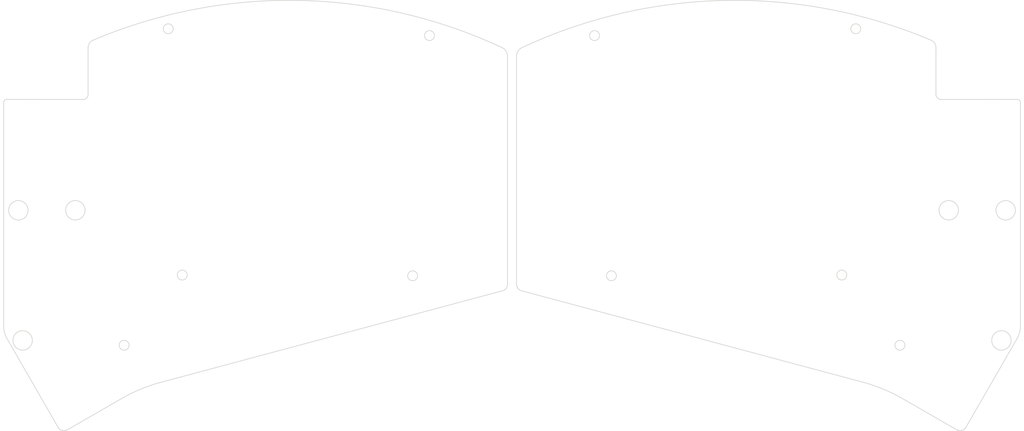
<source format=kicad_pcb>
(kicad_pcb (version 20211014) (generator pcbnew)
  (title_block (title "Kretsträd") (company "by JW"))
  (layers (0 "F.Cu" signal) (31 "B.Cu" signal) (34 "B.Paste" user) (35 "F.Paste" user) (36 "B.SilkS" user "B.Silkscreen") (37 "F.SilkS" user "F.Silkscreen") (38 "B.Mask" user) (39 "F.Mask" user) (44 "Edge.Cuts" user))
  (net 0 "")
  (footprint "jw_custom_footprint:MountingHole_2.2mm_M2_cutout" (layer "F.Cu") (at 166.674404 104.97946)
    (fp_text reference "TH3" hide)
    (fp_text value "HOLE")
    (fp_circle (center 0 0) (end 1.1 0) (layer "Edge.Cuts") (width 0.15) (fill none))
  )
  (footprint "jw_custom_footprint:MountingHole_4.3mm_M4_cutout" (layer "F.Cu") (at 253.999859 90.473601)
    (fp_text reference "TH_PCB_2" hide)
    (fp_text value "HOLE")
    (fp_circle (center 0 0) (end 2.15 0) (layer "Edge.Cuts") (width 0.15) (fill none))
  )
  (footprint "jw_custom_footprint:MountingHole_2.2mm_M2_cutout" (layer "F.Cu") (at 217.698598 104.819)
    (fp_text reference "TH4" hide)
    (fp_text value "HOLE")
    (fp_circle (center 0 0) (end 1.1 0) (layer "Edge.Cuts") (width 0.15) (fill none))
  )
  (footprint "jw_custom_footprint:MountingHole_4.3mm_M4_cutout" (layer "F.Cu") (at 253.055398 119.297)
    (fp_text reference "TH_PCB_3" hide)
    (fp_text value "HOLE")
    (fp_circle (center 0 0) (end 2.15 0) (layer "Edge.Cuts") (width 0.15) (fill none))
  )
  (footprint "jw_custom_footprint:MountingHole_2.2mm_M2_cutout" (layer "F.Cu") (at 162.940614 51.776054)
    (fp_text reference "TH1" hide)
    (fp_text value "HOLE")
    (fp_circle (center 0 0) (end 1.1 0) (layer "Edge.Cuts") (width 0.15) (fill none))
  )
  (footprint "jw_custom_footprint:MountingHole_4.3mm_M4_cutout" (layer "F.Cu") (at 241.382112 90.473601)
    (fp_text reference "TH_PCB_1" hide)
    (fp_text value "HOLE")
    (fp_circle (center 0 0) (end 2.15 0) (layer "Edge.Cuts") (width 0.15) (fill none))
  )
  (footprint "jw_custom_footprint:MountingHole_2.2mm_M2_cutout" (layer "F.Cu") (at 230.576398 120.3638)
    (fp_text reference "TH5" hide)
    (fp_text value "HOLE")
    (fp_circle (center 0 0) (end 1.1 0) (layer "Edge.Cuts") (width 0.15) (fill none))
  )
  (footprint "jw_custom_footprint:MountingHole_2.2mm_M2_cutout" (layer "F.Cu") (at 220.797398 50.277454)
    (fp_text reference "TH2" hide)
    (fp_text value "HOLE")
    (fp_circle (center 0 0) (end 1.1 0) (layer "Edge.Cuts") (width 0.15) (fill none))
  )
  (footprint "jw_custom_footprint:MountingHole_2.2mm_M2_cutout" (layer "B.Cu") (at 68.528578 50.277454 180)
    (fp_text reference "TH2" hide)
    (fp_text value "HOLE")
    (fp_circle (center 0 0) (end 1.1 0) (layer "Edge.Cuts") (width 0.15) (fill none))
  )
  (footprint "jw_custom_footprint:MountingHole_4.3mm_M4_cutout" (layer "B.Cu") (at 36.270578 119.297 180)
    (fp_text reference "TH_PCB_3" hide)
    (fp_text value "HOLE")
    (fp_circle (center 0 0) (end 2.15 0) (layer "Edge.Cuts") (width 0.15) (fill none))
  )
  (footprint "jw_custom_footprint:MountingHole_4.3mm_M4_cutout" (layer "B.Cu") (at 35.326117 90.473601 180)
    (fp_text reference "TH_PCB_2" hide)
    (fp_text value "HOLE")
    (fp_circle (center 0 0) (end 2.15 0) (layer "Edge.Cuts") (width 0.15) (fill none))
  )
  (footprint "jw_custom_footprint:MountingHole_2.2mm_M2_cutout" (layer "B.Cu") (at 122.651572 104.97946 180)
    (fp_text reference "TH3" hide)
    (fp_text value "HOLE")
    (fp_circle (center 0 0) (end 1.1 0) (layer "Edge.Cuts") (width 0.15) (fill none))
  )
  (footprint "jw_custom_footprint:MountingHole_2.2mm_M2_cutout" (layer "B.Cu") (at 126.385362 51.776054 180)
    (fp_text reference "TH1" hide)
    (fp_text value "HOLE")
    (fp_circle (center 0 0) (end 1.1 0) (layer "Edge.Cuts") (width 0.15) (fill none))
  )
  (footprint "jw_custom_footprint:MountingHole_4.3mm_M4_cutout" (layer "B.Cu") (at 47.943864 90.473601 180)
    (fp_text reference "TH_PCB_1" hide)
    (fp_text value "HOLE")
    (fp_circle (center 0 0) (end 2.15 0) (layer "Edge.Cuts") (width 0.15) (fill none))
  )
  (footprint "jw_custom_footprint:MountingHole_2.2mm_M2_cutout" (layer "B.Cu") (at 58.749578 120.3638 180)
    (fp_text reference "TH5" hide)
    (fp_text value "HOLE")
    (fp_circle (center 0 0) (end 1.1 0) (layer "Edge.Cuts") (width 0.15) (fill none))
  )
  (footprint "jw_custom_footprint:MountingHole_2.2mm_M2_cutout" (layer "B.Cu") (at 71.627378 104.819 180)
    (fp_text reference "TH4" hide)
    (fp_text value "HOLE")
    (fp_circle (center 0 0) (end 1.1 0) (layer "Edge.Cuts") (width 0.15) (fill none))
  )
  (gr_line (start 49.702517 65.927816) (end 32.775379 65.917044) (layer "Edge.Cuts") (width 0.15))
  (gr_arc (start 50.769317 54.493854) (mid 51.054497 53.497683) (end 51.836117 52.817454) (layer "Edge.Cuts") (width 0.15))
  (gr_arc (start 50.769317 64.861016) (mid 50.450461 65.608958) (end 49.702517 65.927816) (layer "Edge.Cuts") (width 0.15))
  (gr_line (start 238.556659 54.493854) (end 238.556659 64.861016) (layer "Edge.Cuts") (width 0.15))
  (gr_arc (start 145.662988 56.475054) (mid 145.971579 55.27791) (end 146.883398 54.443054) (layer "Edge.Cuts") (width 0.15))
  (gr_arc (start 239.623459 65.927816) (mid 238.875509 65.608963) (end 238.556659 64.861016) (layer "Edge.Cuts") (width 0.15))
  (gr_line (start 146.730998 108.292813) (end 222.459136 128.576796) (layer "Edge.Cuts") (width 0.15))
  (gr_arc (start 32.075439 66.627) (mid 32.27835 66.127033) (end 32.775379 65.917044) (layer "Edge.Cuts") (width 0.15))
  (gr_line (start 245.143137 138.635669) (end 256.458998 118.9922) (layer "Edge.Cuts") (width 0.15))
  (gr_arc (start 257.250537 116.249) (mid 257.036144 117.672936) (end 256.458998 118.9922) (layer "Edge.Cuts") (width 0.15))
  (gr_arc (start 142.442578 54.443054) (mid 143.354416 55.277898) (end 143.662988 56.475054) (layer "Edge.Cuts") (width 0.15))
  (gr_line (start 243.236336 139.143196) (end 230.714136 131.929596) (layer "Edge.Cuts") (width 0.15))
  (gr_line (start 66.86684 128.576796) (end 142.594978 108.292813) (layer "Edge.Cuts") (width 0.15))
  (gr_arc (start 32.866978 118.9922) (mid 32.289837 117.672934) (end 32.075439 116.249) (layer "Edge.Cuts") (width 0.15))
  (gr_arc (start 46.08964 139.143196) (mid 45.040483 139.249165) (end 44.182839 138.635669) (layer "Edge.Cuts") (width 0.15))
  (gr_arc (start 146.883398 54.443054) (mid 192.01375 43.994474) (end 237.489859 52.817454) (layer "Edge.Cuts") (width 0.15))
  (gr_line (start 256.550597 65.917044) (end 239.623459 65.927816) (layer "Edge.Cuts") (width 0.15))
  (gr_arc (start 146.730998 108.292813) (mid 145.946388 107.740014) (end 145.662988 106.823044) (layer "Edge.Cuts") (width 0.15))
  (gr_line (start 58.61184 131.929596) (end 46.08964 139.143196) (layer "Edge.Cuts") (width 0.15))
  (gr_arc (start 58.61184 131.929596) (mid 62.638055 130.003819) (end 66.86684 128.576796) (layer "Edge.Cuts") (width 0.15))
  (gr_arc (start 237.489859 52.817454) (mid 238.271419 53.497722) (end 238.556659 54.493854) (layer "Edge.Cuts") (width 0.15))
  (gr_arc (start 245.143137 138.635669) (mid 244.285483 139.249126) (end 243.236336 139.143196) (layer "Edge.Cuts") (width 0.15))
  (gr_line (start 143.662988 106.823044) (end 143.662988 56.475054) (layer "Edge.Cuts") (width 0.15))
  (gr_arc (start 51.836117 52.817454) (mid 97.312226 43.994476) (end 142.442578 54.443054) (layer "Edge.Cuts") (width 0.15))
  (gr_arc (start 222.459136 128.576796) (mid 226.687919 130.003824) (end 230.714136 131.929596) (layer "Edge.Cuts") (width 0.15))
  (gr_line (start 32.866978 118.9922) (end 44.182839 138.635669) (layer "Edge.Cuts") (width 0.15))
  (gr_line (start 50.769317 64.861016) (end 50.769317 54.493854) (layer "Edge.Cuts") (width 0.15))
  (gr_line (start 32.075439 116.249) (end 32.075439 66.627) (layer "Edge.Cuts") (width 0.15))
  (gr_arc (start 256.550597 65.917044) (mid 257.047615 66.127044) (end 257.250537 66.627) (layer "Edge.Cuts") (width 0.15))
  (gr_line (start 257.250537 66.627) (end 257.250537 116.249) (layer "Edge.Cuts") (width 0.15))
  (gr_line (start 145.662988 56.475054) (end 145.662988 106.823044) (layer "Edge.Cuts") (width 0.15))
  (gr_arc (start 143.662988 106.823044) (mid 143.379524 107.739968) (end 142.594978 108.292813) (layer "Edge.Cuts") (width 0.15))
)
</source>
